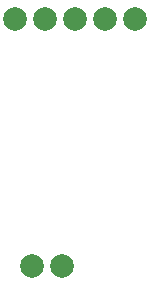
<source format=gbr>
G04 #@! TF.GenerationSoftware,KiCad,Pcbnew,(5.1.7)-1*
G04 #@! TF.CreationDate,2020-11-17T18:58:21-06:00*
G04 #@! TF.ProjectId,RFB,5246422e-6b69-4636-9164-5f7063625858,rev?*
G04 #@! TF.SameCoordinates,Original*
G04 #@! TF.FileFunction,Soldermask,Bot*
G04 #@! TF.FilePolarity,Negative*
%FSLAX46Y46*%
G04 Gerber Fmt 4.6, Leading zero omitted, Abs format (unit mm)*
G04 Created by KiCad (PCBNEW (5.1.7)-1) date 2020-11-17 18:58:21*
%MOMM*%
%LPD*%
G01*
G04 APERTURE LIST*
%ADD10C,2.000000*%
G04 APERTURE END LIST*
D10*
G04 #@! TO.C,J1*
X107111400Y-81215800D03*
X109651400Y-81215800D03*
G04 #@! TD*
G04 #@! TO.C,J2*
X105711400Y-60235800D03*
X108251400Y-60235800D03*
X110791400Y-60235800D03*
X113331400Y-60235800D03*
X115871400Y-60235800D03*
G04 #@! TD*
M02*

</source>
